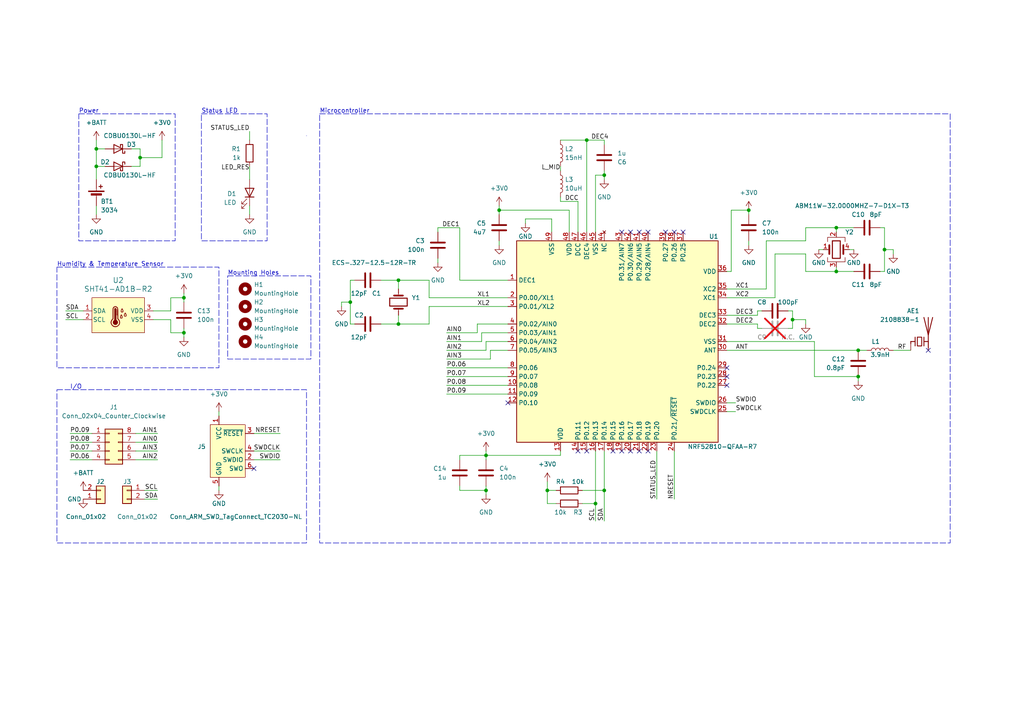
<source format=kicad_sch>
(kicad_sch (version 20230121) (generator eeschema)
  (paper "A4")
  (lib_symbols
    (symbol "Connector:Conn_ARM_SWD_TagConnect_TC2030-NL" (in_bom no)
      (property "Reference" "J" (at 2.54 11.43 0))
      (property "Value" "Conn_ARM_SWD_TagConnect_TC2030-NL" (at 2.54 8.89 0))
      (symbol "Conn_ARM_SWD_TagConnect_TC2030-NL_0_0"
        (pin power_in line (at -2.54 10.16 270) (length 2.54) (name "VCC") (number "1"))
        (pin bidirectional line (at 7.62 -2.54 180) (length 2.54) (name "SWDIO") (number "2"))
        (pin open_collector line (at 7.62 5.08 180) (length 2.54) (name "~{RESET}") (number "3"))
        (pin output line (at 7.62 0 180) (length 2.54) (name "SWCLK") (number "4"))
        (pin power_in line (at -2.54 -10.16 90) (length 2.54) (name "GND") (number "5"))
        (pin input line (at 7.62 -5.08 180) (length 2.54) (name "SWO") (number "6"))
      )
      (symbol "Conn_ARM_SWD_TagConnect_TC2030-NL_0_1"
        (rectangle (start -5.08 7.62) (end 5.08 -7.62) (fill (type background)))
      )
    )
    (symbol "Connector_Generic:Conn_01x02" (pin_names (offset 1.016) hide)
      (property "Reference" "J" (at 0 2.54 0))
      (property "Value" "Conn_01x02" (at 0 -5.08 0))
      (symbol "Conn_01x02_1_1"
        (rectangle (start -1.27 -2.413) (end 0 -2.667) (stroke (width 0.1524)))
        (rectangle (start -1.27 0.127) (end 0 -0.127) (stroke (width 0.1524)))
        (rectangle (start -1.27 1.27) (end 1.27 -3.81) (stroke (width 0.254)) (fill (type background)))
        (pin passive line (at -5.08 0 0) (length 3.81) (name "Pin_1") (number "1"))
        (pin passive line (at -5.08 -2.54 0) (length 3.81) (name "Pin_2") (number "2"))
      )
    )
    (symbol "Connector_Generic:Conn_02x04_Counter_Clockwise" (pin_names (offset 1.016) hide)
      (property "Reference" "J" (at 1.27 5.08 0))
      (property "Value" "Conn_02x04_Counter_Clockwise" (at 1.27 -7.62 0))
      (symbol "Conn_02x04_Counter_Clockwise_1_1"
        (rectangle (start -1.27 -4.953) (end 0 -5.207) (stroke (width 0.1524)))
        (rectangle (start -1.27 -2.413) (end 0 -2.667) (stroke (width 0.1524)))
        (rectangle (start -1.27 0.127) (end 0 -0.127) (stroke (width 0.1524)))
        (rectangle (start -1.27 2.667) (end 0 2.413) (stroke (width 0.1524)))
        (rectangle (start -1.27 3.81) (end 3.81 -6.35) (stroke (width 0.254)) (fill (type background)))
        (rectangle (start 3.81 -4.953) (end 2.54 -5.207) (stroke (width 0.1524)))
        (rectangle (start 3.81 -2.413) (end 2.54 -2.667) (stroke (width 0.1524)))
        (rectangle (start 3.81 0.127) (end 2.54 -0.127) (stroke (width 0.1524)))
        (rectangle (start 3.81 2.667) (end 2.54 2.413) (stroke (width 0.1524)))
        (pin passive line (at -5.08 2.54 0) (length 3.81) (name "Pin_1") (number "1"))
        (pin passive line (at -5.08 0 0) (length 3.81) (name "Pin_2") (number "2"))
        (pin passive line (at -5.08 -2.54 0) (length 3.81) (name "Pin_3") (number "3"))
        (pin passive line (at -5.08 -5.08 0) (length 3.81) (name "Pin_4") (number "4"))
        (pin passive line (at 7.62 -5.08 180) (length 3.81) (name "Pin_5") (number "5"))
        (pin passive line (at 7.62 -2.54 180) (length 3.81) (name "Pin_6") (number "6"))
        (pin passive line (at 7.62 0 180) (length 3.81) (name "Pin_7") (number "7"))
        (pin passive line (at 7.62 2.54 180) (length 3.81) (name "Pin_8") (number "8"))
      )
    )
    (symbol "Device:Antenna_Chip" (pin_numbers hide) (pin_names (offset 1.016) hide)
      (property "Reference" "AE" (at 0 5.08 0))
      (property "Value" "Antenna_Chip" (at 0 3.175 0))
      (symbol "Antenna_Chip_0_1"
        (polyline (pts (xy -2.54 0) (xy -2.54 -0.635)) (stroke (width 0.254)))
        (polyline (pts (xy -2.54 0) (xy -1.27 0)) (stroke (width 0.254)))
        (polyline (pts (xy 1.27 0) (xy 2.54 0)) (stroke (width 0.254)))
        (polyline (pts (xy 1.27 1.27) (xy 1.27 -1.27)) (stroke (width 0.254)))
        (polyline (pts (xy 2.54 -0.635) (xy 2.54 0)))
        (polyline (pts (xy 2.54 6.985) (xy 2.54 -1.905)) (stroke (width 0.254)))
        (polyline (pts (xy -1.27 1.27) (xy -1.27 -1.27) (xy -1.27 0)) (stroke (width 0.254)))
        (polyline (pts (xy 3.81 6.985) (xy 2.54 1.905) (xy 1.27 6.985)) (stroke (width 0.254)))
        (polyline (pts (xy -0.635 1.27) (xy 0.635 1.27) (xy 0.635 -1.27) (xy -0.635 -1.27) (xy -0.635 1.27)) (stroke (width 0.254)))
      )
      (symbol "Antenna_Chip_1_1"
        (pin input line (at -2.54 -2.54 90) (length 2.54) (name "FEED") (number "1"))
        (pin passive line (at 2.54 -2.54 90) (length 2.54) (name "PCB_Trace") (number "2"))
      )
    )
    (symbol "Device:Battery_Cell" (pin_numbers hide) (pin_names (offset 0) hide)
      (property "Reference" "BT" (at 2.54 2.54 0))
      (property "Value" "Battery_Cell" (at 2.54 0 0))
      (symbol "Battery_Cell_0_1"
        (rectangle (start -2.286 1.778) (end 2.286 1.524) (fill (type outline)))
        (rectangle (start -1.524 1.016) (end 1.524 0.508) (fill (type outline)))
        (polyline (pts (xy 0 0.762) (xy 0 0)))
        (polyline (pts (xy 0 1.778) (xy 0 2.54)))
        (polyline (pts (xy 0.762 3.048) (xy 1.778 3.048)) (stroke (width 0.254)))
        (polyline (pts (xy 1.27 3.556) (xy 1.27 2.54)) (stroke (width 0.254)))
      )
      (symbol "Battery_Cell_1_1"
        (pin passive line (at 0 5.08 270) (length 2.54) (name "+") (number "1"))
        (pin passive line (at 0 -2.54 90) (length 2.54) (name "-") (number "2"))
      )
    )
    (symbol "Device:C" (pin_numbers hide) (pin_names (offset 0.254))
      (property "Reference" "C" (at 0.635 2.54 0))
      (property "Value" "C" (at 0.635 -2.54 0))
      (symbol "C_0_1"
        (polyline (pts (xy -2.032 -0.762) (xy 2.032 -0.762)) (stroke (width 0.508)))
        (polyline (pts (xy -2.032 0.762) (xy 2.032 0.762)) (stroke (width 0.508)))
      )
      (symbol "C_1_1"
        (pin passive line (at 0 3.81 270) (length 2.794) (name "~") (number "1"))
        (pin passive line (at 0 -3.81 90) (length 2.794) (name "~") (number "2"))
      )
    )
    (symbol "Device:Crystal" (pin_numbers hide) (pin_names (offset 1.016) hide)
      (property "Reference" "Y" (at 0 3.81 0))
      (property "Value" "Crystal" (at 0 -3.81 0))
      (symbol "Crystal_0_1"
        (rectangle (start -1.143 2.54) (end 1.143 -2.54) (stroke (width 0.3048)))
        (polyline (pts (xy -2.54 0) (xy -1.905 0)))
        (polyline (pts (xy -1.905 -1.27) (xy -1.905 1.27)) (stroke (width 0.508)))
        (polyline (pts (xy 1.905 -1.27) (xy 1.905 1.27)) (stroke (width 0.508)))
        (polyline (pts (xy 2.54 0) (xy 1.905 0)))
      )
      (symbol "Crystal_1_1"
        (pin passive line (at -3.81 0 0) (length 1.27) (name "1") (number "1"))
        (pin passive line (at 3.81 0 180) (length 1.27) (name "2") (number "2"))
      )
    )
    (symbol "Device:Crystal_GND23" (pin_names (offset 1.016) hide)
      (property "Reference" "Y" (at 3.175 5.08 0))
      (property "Value" "Crystal_GND23" (at 3.175 3.175 0))
      (symbol "Crystal_GND23_0_1"
        (rectangle (start -1.143 2.54) (end 1.143 -2.54) (stroke (width 0.3048)))
        (polyline (pts (xy -2.54 0) (xy -2.032 0)))
        (polyline (pts (xy -2.032 -1.27) (xy -2.032 1.27)) (stroke (width 0.508)))
        (polyline (pts (xy 0 -3.81) (xy 0 -3.556)))
        (polyline (pts (xy 0 3.556) (xy 0 3.81)))
        (polyline (pts (xy 2.032 -1.27) (xy 2.032 1.27)) (stroke (width 0.508)))
        (polyline (pts (xy 2.032 0) (xy 2.54 0)))
        (polyline (pts (xy -2.54 -2.286) (xy -2.54 -3.556) (xy 2.54 -3.556) (xy 2.54 -2.286)))
        (polyline (pts (xy -2.54 2.286) (xy -2.54 3.556) (xy 2.54 3.556) (xy 2.54 2.286)))
      )
      (symbol "Crystal_GND23_1_1"
        (pin passive line (at -3.81 0 0) (length 1.27) (name "1") (number "1"))
        (pin passive line (at 0 5.08 270) (length 1.27) (name "2") (number "2"))
        (pin passive line (at 0 -5.08 90) (length 1.27) (name "3") (number "3"))
        (pin passive line (at 3.81 0 180) (length 1.27) (name "4") (number "4"))
      )
    )
    (symbol "Device:D_Schottky" (pin_numbers hide) (pin_names (offset 1.016) hide)
      (property "Reference" "D" (at 0 2.54 0))
      (property "Value" "D_Schottky" (at 0 -2.54 0))
      (symbol "D_Schottky_0_1"
        (polyline (pts (xy 1.27 0) (xy -1.27 0)))
        (polyline (pts (xy 1.27 1.27) (xy 1.27 -1.27) (xy -1.27 0) (xy 1.27 1.27)) (stroke (width 0.254)))
        (polyline (pts (xy -1.905 0.635) (xy -1.905 1.27) (xy -1.27 1.27) (xy -1.27 -1.27) (xy -0.635 -1.27) (xy -0.635 -0.635)) (stroke (width 0.254)))
      )
      (symbol "D_Schottky_1_1"
        (pin passive line (at -3.81 0 0) (length 2.54) (name "K") (number "1"))
        (pin passive line (at 3.81 0 180) (length 2.54) (name "A") (number "2"))
      )
    )
    (symbol "Device:L" (pin_numbers hide) (pin_names (offset 1.016) hide)
      (property "Reference" "L" (at -1.27 0 90))
      (property "Value" "L" (at 1.905 0 90))
      (symbol "L_0_1"
        (arc (start 0 -2.54) (mid 0.6323 -1.905) (end 0 -1.27))
        (arc (start 0 -1.27) (mid 0.6323 -0.635) (end 0 0))
        (arc (start 0 0) (mid 0.6323 0.635) (end 0 1.27))
        (arc (start 0 1.27) (mid 0.6323 1.905) (end 0 2.54))
      )
      (symbol "L_1_1"
        (pin passive line (at 0 3.81 270) (length 1.27) (name "1") (number "1"))
        (pin passive line (at 0 -3.81 90) (length 1.27) (name "2") (number "2"))
      )
    )
    (symbol "Device:LED" (pin_numbers hide) (pin_names (offset 1.016) hide)
      (property "Reference" "D" (at 0 2.54 0))
      (property "Value" "LED" (at 0 -2.54 0))
      (symbol "LED_0_1"
        (polyline (pts (xy -1.27 -1.27) (xy -1.27 1.27)) (stroke (width 0.254)))
        (polyline (pts (xy -1.27 0) (xy 1.27 0)))
        (polyline (pts (xy 1.27 -1.27) (xy 1.27 1.27) (xy -1.27 0) (xy 1.27 -1.27)) (stroke (width 0.254)))
        (polyline (pts (xy -3.048 -0.762) (xy -4.572 -2.286) (xy -3.81 -2.286) (xy -4.572 -2.286) (xy -4.572 -1.524)))
        (polyline (pts (xy -1.778 -0.762) (xy -3.302 -2.286) (xy -2.54 -2.286) (xy -3.302 -2.286) (xy -3.302 -1.524)))
      )
      (symbol "LED_1_1"
        (pin passive line (at -3.81 0 0) (length 2.54) (name "K") (number "1"))
        (pin passive line (at 3.81 0 180) (length 2.54) (name "A") (number "2"))
      )
    )
    (symbol "Device:R" (pin_numbers hide) (pin_names (offset 0))
      (property "Reference" "R" (at 2.032 0 90))
      (property "Value" "R" (at 0 0 90))
      (symbol "R_0_1"
        (rectangle (start -1.016 -2.54) (end 1.016 2.54) (stroke (width 0.254)))
      )
      (symbol "R_1_1"
        (pin passive line (at 0 3.81 270) (length 1.27) (name "~") (number "1"))
        (pin passive line (at 0 -3.81 90) (length 1.27) (name "~") (number "2"))
      )
    )
    (symbol "Mechanical:MountingHole" (pin_names (offset 1.016))
      (property "Reference" "H" (at 0 5.08 0))
      (property "Value" "MountingHole" (at 0 3.175 0))
      (symbol "MountingHole_0_1"
        (circle (center 0 0) (radius 1.27) (stroke (width 1.27)))
      )
    )
    (symbol "encyclopedia_galactica:NRF52810-QFAA-R7"
      (property "Reference" "U" (at 0 54.61 0))
      (property "Value" "NRF52810-QFAA-R7" (at 0 52.07 0))
      (symbol "NRF52810-QFAA-R7_0_1"
        (rectangle (start -29.21 29.21) (end 29.21 -29.21) (stroke (width 0.254)) (fill (type background)))
      )
      (symbol "NRF52810-QFAA-R7_1_1"
        (pin passive line (at -31.75 17.78 0) (length 2.54) (name "DEC1") (number "1"))
        (pin bidirectional line (at -31.75 -12.7 0) (length 2.54) (name "P0.08") (number "10"))
        (pin bidirectional line (at -31.75 -15.24 0) (length 2.54) (name "P0.09") (number "11"))
        (pin bidirectional line (at -31.75 -17.78 0) (length 2.54) (name "P0.10") (number "12"))
        (pin power_in line (at -16.51 -31.75 90) (length 2.54) (name "VDD") (number "13"))
        (pin bidirectional line (at -11.43 -31.75 90) (length 2.54) (name "P0.11") (number "14"))
        (pin bidirectional line (at -8.89 -31.75 90) (length 2.54) (name "P0.12") (number "15"))
        (pin bidirectional line (at -6.35 -31.75 90) (length 2.54) (name "P0.13") (number "16"))
        (pin bidirectional line (at -3.81 -31.75 90) (length 2.54) (name "P0.14") (number "17"))
        (pin bidirectional line (at -1.27 -31.75 90) (length 2.54) (name "P0.15") (number "18"))
        (pin bidirectional line (at 1.27 -31.75 90) (length 2.54) (name "P0.16") (number "19"))
        (pin bidirectional line (at -31.75 12.7 0) (length 2.54) (name "P0.00/XL1") (number "2"))
        (pin bidirectional line (at 3.81 -31.75 90) (length 2.54) (name "P0.17") (number "20"))
        (pin bidirectional line (at 6.35 -31.75 90) (length 2.54) (name "P0.18") (number "21"))
        (pin bidirectional line (at 8.89 -31.75 90) (length 2.54) (name "P0.19") (number "22"))
        (pin bidirectional line (at 11.43 -31.75 90) (length 2.54) (name "P0.20") (number "23"))
        (pin bidirectional line (at 16.51 -31.75 90) (length 2.54) (name "P0.21/~{RESET}") (number "24"))
        (pin input line (at 31.75 -20.32 180) (length 2.54) (name "SWDCLK") (number "25"))
        (pin bidirectional line (at 31.75 -17.78 180) (length 2.54) (name "SWDIO") (number "26"))
        (pin bidirectional line (at 31.75 -12.7 180) (length 2.54) (name "P0.22") (number "27"))
        (pin bidirectional line (at 31.75 -10.16 180) (length 2.54) (name "P0.23") (number "28"))
        (pin bidirectional line (at 31.75 -7.62 180) (length 2.54) (name "P0.24") (number "29"))
        (pin bidirectional line (at -31.75 10.16 0) (length 2.54) (name "P0.01/XL2") (number "3"))
        (pin passive line (at 31.75 -2.54 180) (length 2.54) (name "ANT") (number "30"))
        (pin power_in line (at 31.75 0 180) (length 2.54) (name "VSS") (number "31"))
        (pin passive line (at 31.75 5.08 180) (length 2.54) (name "DEC2") (number "32"))
        (pin passive line (at 31.75 7.62 180) (length 2.54) (name "DEC3") (number "33"))
        (pin input line (at 31.75 12.7 180) (length 2.54) (name "XC1") (number "34"))
        (pin input line (at 31.75 15.24 180) (length 2.54) (name "XC2") (number "35"))
        (pin passive line (at 31.75 20.32 180) (length 2.54) (name "VDD") (number "36"))
        (pin bidirectional line (at 19.05 31.75 270) (length 2.54) (name "P0.25") (number "37"))
        (pin bidirectional line (at 16.51 31.75 270) (length 2.54) (name "P0.26") (number "38"))
        (pin bidirectional line (at 13.97 31.75 270) (length 2.54) (name "P0.27") (number "39"))
        (pin bidirectional line (at -31.75 5.08 0) (length 2.54) (name "P0.02/AIN0") (number "4"))
        (pin bidirectional line (at 8.89 31.75 270) (length 2.54) (name "P0.28/AIN4") (number "40"))
        (pin bidirectional line (at 6.35 31.75 270) (length 2.54) (name "P0.29/AIN5") (number "41"))
        (pin bidirectional line (at 3.81 31.75 270) (length 2.54) (name "P0.30/AIN6") (number "42"))
        (pin bidirectional line (at 1.27 31.75 270) (length 2.54) (name "P0.31/AIN7") (number "43"))
        (pin no_connect line (at -3.81 31.75 270) (length 2.54) (name "NC") (number "44"))
        (pin passive line (at -6.35 31.75 270) (length 2.54) (name "VSS") (number "45"))
        (pin passive line (at -8.89 31.75 270) (length 2.54) (name "DEC4") (number "46"))
        (pin power_out line (at -11.43 31.75 270) (length 2.54) (name "DCC") (number "47"))
        (pin passive line (at -13.97 31.75 270) (length 2.54) (name "VDD") (number "48"))
        (pin passive line (at -19.05 31.75 270) (length 2.54) (name "VSS") (number "49"))
        (pin bidirectional line (at -31.75 2.54 0) (length 2.54) (name "P0.03/AIN1") (number "5"))
        (pin bidirectional line (at -31.75 0 0) (length 2.54) (name "P0.04/AIN2") (number "6"))
        (pin bidirectional line (at -31.75 -2.54 0) (length 2.54) (name "P0.05/AIN3") (number "7"))
        (pin bidirectional line (at -31.75 -7.62 0) (length 2.54) (name "P0.06") (number "8"))
        (pin bidirectional line (at -31.75 -10.16 0) (length 2.54) (name "P0.07") (number "9"))
      )
    )
    (symbol "encyclopedia_galactica:SHT41-AD1B-R2" (pin_names (offset 0.254))
      (property "Reference" "U" (at 0 13.97 0))
      (property "Value" "SHT41-AD1B-R2" (at 0 11.43 0))
      (symbol "SHT41-AD1B-R2_0_0"
        (polyline (pts (xy -0.7782 -2.7679) (xy -0.7538 -2.7614) (xy -0.6273 -2.7452) (xy -0.5713 -2.733) (xy -0.4386 -2.65) (xy -0.3005 -2.5149) (xy -0.1862 -2.3589) (xy -0.1253 -2.2133) (xy -0.1122 -1.9777) (xy -0.1841 -1.7536) (xy -0.3553 -1.5359) (xy -0.5465 -1.3446) (xy -0.5465 0.2882) (xy -0.5465 1.9209) (xy -0.6855 2.012) (xy -0.7691 2.0613) (xy -0.8546 2.0708) (xy -0.9634 2.012) (xy -1.1023 1.9209) (xy -1.1023 0.2767) (xy -1.1023 -1.3675) (xy -1.2424 -1.4777) (xy -1.2888 -1.5171) (xy -1.4497 -1.7284) (xy -1.5229 -1.9679) (xy -1.5126 -2.2124) (xy -1.4228 -2.4384) (xy -1.2576 -2.6226) (xy -1.0211 -2.7416) (xy -0.8813 -2.7694) (xy -0.7782 -2.7679)) (stroke (width 0.01)) (fill (type outline)))
        (polyline (pts (xy 2.1727 -0.3391) (xy 2.3119 -0.2679) (xy 2.3683 -0.175) (xy 2.3992 -0.0278) (xy 2.3871 0.0546) (xy 2.337 0.2108) (xy 2.2619 0.3868) (xy 2.177 0.5511) (xy 2.0973 0.6727) (xy 2.0379 0.7202) (xy 1.9994 0.6955) (xy 1.9245 0.5928) (xy 1.8393 0.4391) (xy 1.7593 0.2658) (xy 1.6999 0.1045) (xy 1.6767 -0.0135) (xy 1.6805 -0.0349) (xy 1.7878 -0.0349) (xy 1.7977 0.0177) (xy 1.8421 0.1542) (xy 1.9103 0.3256) (xy 2.0328 0.6103) (xy 2.1597 0.3359) (xy 2.2226 0.1922) (xy 2.2764 0.0231) (xy 2.275 -0.0919) (xy 2.2213 -0.1774) (xy 2.1655 -0.214) (xy 2.0379 -0.2441) (xy 1.9584 -0.2324) (xy 1.8367 -0.1559) (xy 1.7878 -0.0349) (xy 1.6805 -0.0349) (xy 1.6952 -0.1171) (xy 1.7686 -0.2536) (xy 1.8305 -0.3015) (xy 1.9945 -0.3498) (xy 2.1727 -0.3391)) (stroke (width 0.01)) (fill (type outline)))
        (polyline (pts (xy 1.2779 0.8852) (xy 1.3876 0.9342) (xy 1.439 1.0346) (xy 1.4494 1.2197) (xy 1.4056 1.4476) (xy 1.3104 1.6903) (xy 1.2438 1.815) (xy 1.1682 1.9333) (xy 1.1209 1.9791) (xy 1.087 1.9506) (xy 1.016 1.8457) (xy 0.9313 1.6903) (xy 0.8493 1.4902) (xy 0.7962 1.2577) (xy 0.7964 1.2083) (xy 0.8985 1.2083) (xy 0.907 1.2863) (xy 0.947 1.4367) (xy 1.0063 1.5899) (xy 1.0699 1.7089) (xy 1.1227 1.7568) (xy 1.1687 1.7194) (xy 1.2295 1.6057) (xy 1.286 1.4514) (xy 1.3252 1.2933) (xy 1.3338 1.1679) (xy 1.3235 1.1054) (xy 1.2709 1.0212) (xy 1.1467 0.9899) (xy 1.1356 0.9889) (xy 0.987 0.994) (xy 0.9164 1.0597) (xy 0.8985 1.2083) (xy 0.7964 1.2083) (xy 0.7968 1.063) (xy 0.8541 0.9342) (xy 0.9555 0.8871) (xy 1.116 0.8695) (xy 1.2779 0.8852)) (stroke (width 0.01)) (fill (type outline)))
        (polyline (pts (xy 1.1245 -0.8535) (xy 1.1312 -0.8498) (xy 1.2085 -0.7577) (xy 1.2315 -0.5895) (xy 1.2238 -0.507) (xy 1.1823 -0.3342) (xy 1.116 -0.1464) (xy 1.038 0.0259) (xy 0.9612 0.1517) (xy 0.8985 0.2005) (xy 0.864 0.1827) (xy 0.7914 0.0847) (xy 0.7123 -0.0722) (xy 0.6397 -0.2572) (xy 0.5864 -0.4397) (xy 0.5682 -0.5702) (xy 0.6762 -0.5702) (xy 0.6847 -0.4923) (xy 0.7246 -0.3419) (xy 0.784 -0.1887) (xy 0.8476 -0.0697) (xy 0.9004 -0.0218) (xy 0.9464 -0.0591) (xy 1.0072 -0.1728) (xy 1.0637 -0.3271) (xy 1.1029 -0.4853) (xy 1.1115 -0.6106) (xy 1.1012 -0.6731) (xy 1.0485 -0.7574) (xy 0.9243 -0.7887) (xy 0.9133 -0.7897) (xy 0.7647 -0.7846) (xy 0.6941 -0.7188) (xy 0.6762 -0.5702) (xy 0.5682 -0.5702) (xy 0.5656 -0.5887) (xy 0.5845 -0.7427) (xy 0.6623 -0.851) (xy 0.7257 -0.88) (xy 0.9286 -0.906) (xy 1.1245 -0.8535)) (stroke (width 0.01)) (fill (type outline)))
        (polyline (pts (xy -0.5545 -3.3797) (xy -0.2175 -3.2426) (xy 0.0945 -2.9972) (xy 0.1243 -2.9669) (xy 0.3463 -2.6832) (xy 0.4707 -2.3844) (xy 0.5089 -2.044) (xy 0.476 -1.8294) (xy 0.3828 -1.5698) (xy 0.2505 -1.3237) (xy 0.1 -1.1376) (xy -0.0463 -1.0029) (xy -0.0464 0.4742) (xy -0.0467 0.7893) (xy -0.0488 1.1761) (xy -0.0534 1.4752) (xy -0.0614 1.7005) (xy -0.0736 1.8661) (xy -0.0909 1.986) (xy -0.1139 2.0742) (xy -0.1437 2.1447) (xy -0.2598 2.3183) (xy -0.4689 2.4887) (xy -0.7142 2.5745) (xy -0.9722 2.5687) (xy -1.2192 2.4643) (xy -1.2384 2.4513) (xy -1.3421 2.3751) (xy -1.424 2.294) (xy -1.4867 2.1948) (xy -1.5327 2.0641) (xy -1.5646 1.8887) (xy -1.585 1.6553) (xy -1.5964 1.3506) (xy -1.6014 0.9613) (xy -1.6025 0.4742) (xy -1.6026 -1.0029) (xy -1.7489 -1.1376) (xy -1.8907 -1.3105) (xy -2.0247 -1.5544) (xy -2.1208 -1.8145) (xy -2.1578 -2.044) (xy -2.1575 -2.0827) (xy -2.138 -2.2218) (xy -1.9808 -2.2218) (xy -1.9707 -1.897) (xy -1.8626 -1.5804) (xy -1.6554 -1.2905) (xy -1.4358 -1.0597) (xy -1.4358 0.4346) (xy -1.4358 0.4797) (xy -1.4346 0.9365) (xy -1.4309 1.2963) (xy -1.424 1.572) (xy -1.4133 1.7764) (xy -1.398 1.9226) (xy -1.3777 2.0235) (xy -1.3515 2.0921) (xy -1.3513 2.0925) (xy -1.216 2.2564) (xy -1.0244 2.3768) (xy -0.8244 2.4237) (xy -0.7891 2.4224) (xy -0.5709 2.3561) (xy -0.3871 2.2073) (xy -0.2603 2.0002) (xy -0.2131 1.7595) (xy -0.2144 1.7118) (xy -0.2434 1.6157) (xy -0.3242 1.59) (xy -0.389 1.5745) (xy -0.4354 1.5066) (xy -0.4147 1.458) (xy -0.3242 1.4233) (xy -0.2391 1.3933) (xy -0.2131 1.2843) (xy -0.237 1.1779) (xy -0.3242 1.1454) (xy -0.389 1.1299) (xy -0.4354 1.062) (xy -0.4147 1.0134) (xy -0.3242 0.9786) (xy -0.2391 0.9486) (xy -0.2131 0.8397) (xy -0.237 0.7333) (xy -0.3242 0.7007) (xy -0.389 0.6853) (xy -0.4354 0.6174) (xy -0.4147 0.5687) (xy -0.3242 0.534) (xy -0.2391 0.504) (xy -0.2131 0.395) (xy -0.237 0.2887) (xy -0.3242 0.2561) (xy -0.389 0.2406) (xy -0.4354 0.1727) (xy -0.4147 0.1241) (xy -0.3242 0.0894) (xy -0.3128 0.0892) (xy -0.2667 0.0778) (xy -0.2375 0.0345) (xy -0.2213 -0.0606) (xy -0.2145 -0.2272) (xy -0.2131 -0.4852) (xy -0.2131 -1.0597) (xy 0.0065 -1.2905) (xy 0.1132 -1.418) (xy 0.2758 -1.7239) (xy 0.3386 -2.0486) (xy 0.3025 -2.3736) (xy 0.168 -2.6806) (xy -0.0639 -2.9511) (xy -0.1168 -2.9941) (xy -0.3007 -3.1115) (xy -0.4755 -3.1865) (xy -0.586 -3.2131) (xy -0.9384 -3.2355) (xy -1.2628 -3.1514) (xy -1.568 -2.9592) (xy -1.7106 -2.8208) (xy -1.8938 -2.5359) (xy -1.9808 -2.2218) (xy -2.138 -2.2218) (xy -2.1106 -2.4174) (xy -1.9764 -2.7137) (xy -1.7434 -2.9978) (xy -1.5826 -3.142) (xy -1.4085 -3.2682) (xy -1.2691 -3.3395) (xy -0.9161 -3.4084) (xy -0.5545 -3.3797)) (stroke (width 0.01)) (fill (type outline)))
      )
      (symbol "SHT41-AD1B-R2_1_1"
        (rectangle (start -7.62 5.08) (end 7.62 -5.08) (fill (type background)))
        (pin bidirectional line (at -10.16 1.27 0) (length 2.54) (name "SDA") (number "1"))
        (pin input line (at -10.16 -1.27 0) (length 2.54) (name "SCL") (number "2"))
        (pin power_in line (at 10.16 1.27 180) (length 2.54) (name "VDD") (number "3"))
        (pin power_out line (at 10.16 -1.27 180) (length 2.54) (name "VSS") (number "4"))
      )
    )
    (symbol "power:+3V0" (power) (pin_names (offset 0))
      (property "Value" "+3V0" (at 0 3.556 0))
      (symbol "+3V0_0_1"
        (polyline (pts (xy -0.762 1.27) (xy 0 2.54)))
        (polyline (pts (xy 0 0) (xy 0 2.54)))
        (polyline (pts (xy 0 2.54) (xy 0.762 1.27)))
      )
      (symbol "+3V0_1_1"
        (pin power_in line (at 0 0 90) (length 0) hide (name "+3V0") (number "1"))
      )
    )
    (symbol "power:+BATT" (power) (pin_names (offset 0))
      (property "Value" "+BATT" (at 0 3.556 0))
      (symbol "+BATT_0_1"
        (polyline (pts (xy -0.762 1.27) (xy 0 2.54)))
        (polyline (pts (xy 0 0) (xy 0 2.54)))
        (polyline (pts (xy 0 2.54) (xy 0.762 1.27)))
      )
      (symbol "+BATT_1_1"
        (pin power_in line (at 0 0 90) (length 0) hide (name "+BATT") (number "1"))
      )
    )
    (symbol "power:GND" (power) (pin_names (offset 0))
      (property "Value" "GND" (at 0 -3.81 0))
      (symbol "GND_0_1"
        (polyline (pts (xy 0 0) (xy 0 -1.27) (xy 1.27 -1.27) (xy 0 -2.54) (xy -1.27 -1.27) (xy 0 -1.27)))
      )
      (symbol "GND_1_1"
        (pin power_in line (at 0 0 270) (length 0) hide (name "GND") (number "1"))
      )
    )
  )
  (junction (at 140.97 142.24))
  (junction (at 242.57 66.04))
  (junction (at 27.94 48.26))
  (junction (at 217.17 60.96))
  (junction (at 248.92 109.22))
  (junction (at 140.97 132.08))
  (junction (at 175.26 50.8))
  (junction (at 158.75 142.24))
  (junction (at 248.92 101.6))
  (junction (at 144.78 60.96))
  (junction (at 115.57 93.98))
  (junction (at 53.34 96.52))
  (junction (at 27.94 43.18))
  (junction (at 170.18 40.64))
  (junction (at 175.26 142.24))
  (junction (at 172.72 146.05))
  (junction (at 40.64 45.72))
  (junction (at 242.57 78.74))
  (junction (at 101.6 87.63))
  (junction (at 229.87 92.71))
  (junction (at 115.57 81.28))
  (junction (at 53.34 86.36))
  (junction (at 256.54 72.39))
  (no_connect (at 182.88 130.81))
  (no_connect (at 73.66 135.89))
  (no_connect (at 210.82 111.76))
  (no_connect (at 210.82 109.22))
  (no_connect (at 167.64 130.81))
  (no_connect (at 269.24 101.6))
  (no_connect (at 180.34 130.81))
  (no_connect (at 170.18 130.81))
  (no_connect (at 177.8 130.81))
  (no_connect (at 187.96 67.31))
  (no_connect (at 147.32 116.84))
  (no_connect (at 185.42 130.81))
  (no_connect (at 185.42 67.31))
  (no_connect (at 180.34 67.31))
  (no_connect (at 187.96 130.81))
  (no_connect (at 195.58 67.31))
  (no_connect (at 193.04 67.31))
  (no_connect (at 182.88 67.31))
  (no_connect (at 210.82 106.68))
  (no_connect (at 198.12 67.31))
  (wire (pts (xy 129.54 99.06) (xy 139.7 99.06)))
  (wire (pts (xy 127 74.93) (xy 127 76.2)))
  (wire (pts (xy 101.6 93.98) (xy 101.6 87.63)))
  (wire (pts (xy 175.26 49.53) (xy 175.26 50.8)))
  (wire (pts (xy 242.57 78.74) (xy 242.57 77.47)))
  (wire (pts (xy 212.09 78.74) (xy 210.82 78.74)))
  (wire (pts (xy 19.05 92.71) (xy 24.13 92.71)))
  (wire (pts (xy 147.32 96.52) (xy 139.7 96.52)))
  (wire (pts (xy 222.25 69.85) (xy 222.25 83.82)))
  (wire (pts (xy 129.54 114.3) (xy 147.32 114.3)))
  (wire (pts (xy 233.68 92.71) (xy 229.87 92.71)))
  (wire (pts (xy 161.29 142.24) (xy 158.75 142.24)))
  (wire (pts (xy 224.79 73.66) (xy 233.68 73.66)))
  (wire (pts (xy 38.1 43.18) (xy 40.64 43.18)))
  (wire (pts (xy 172.72 146.05) (xy 172.72 151.13)))
  (wire (pts (xy 160.02 63.5) (xy 152.4 63.5)))
  (wire (pts (xy 53.34 85.09) (xy 53.34 86.36)))
  (wire (pts (xy 115.57 81.28) (xy 115.57 83.82)))
  (wire (pts (xy 190.5 130.81) (xy 190.5 144.78)))
  (wire (pts (xy 124.46 81.28) (xy 124.46 86.36)))
  (wire (pts (xy 259.08 101.6) (xy 264.16 101.6)))
  (wire (pts (xy 27.94 48.26) (xy 30.48 48.26)))
  (wire (pts (xy 27.94 59.69) (xy 27.94 62.23)))
  (wire (pts (xy 144.78 71.12) (xy 144.78 69.85)))
  (wire (pts (xy 140.97 99.06) (xy 140.97 101.6)))
  (wire (pts (xy 39.37 130.81) (xy 45.72 130.81)))
  (wire (pts (xy 49.53 86.36) (xy 53.34 86.36)))
  (wire (pts (xy 256.54 78.74) (xy 256.54 72.39)))
  (wire (pts (xy 162.56 58.42) (xy 167.64 58.42)))
  (wire (pts (xy 220.98 95.25) (xy 219.71 95.25)))
  (wire (pts (xy 72.39 38.1) (xy 72.39 40.64)))
  (wire (pts (xy 102.87 93.98) (xy 101.6 93.98)))
  (wire (pts (xy 140.97 140.97) (xy 140.97 142.24)))
  (wire (pts (xy 129.54 101.6) (xy 140.97 101.6)))
  (wire (pts (xy 129.54 106.68) (xy 147.32 106.68)))
  (wire (pts (xy 140.97 132.08) (xy 140.97 133.35)))
  (wire (pts (xy 129.54 109.22) (xy 147.32 109.22)))
  (wire (pts (xy 127 67.31) (xy 127 66.04)))
  (wire (pts (xy 27.94 40.64) (xy 27.94 43.18)))
  (wire (pts (xy 133.35 81.28) (xy 133.35 66.04)))
  (wire (pts (xy 133.35 66.04) (xy 127 66.04)))
  (wire (pts (xy 147.32 93.98) (xy 138.43 93.98)))
  (wire (pts (xy 233.68 93.98) (xy 233.68 92.71)))
  (wire (pts (xy 248.92 101.6) (xy 251.46 101.6)))
  (wire (pts (xy 229.87 92.71) (xy 229.87 95.25)))
  (wire (pts (xy 49.53 90.17) (xy 49.53 86.36)))
  (wire (pts (xy 39.37 133.35) (xy 45.72 133.35)))
  (wire (pts (xy 40.64 43.18) (xy 40.64 45.72)))
  (wire (pts (xy 133.35 132.08) (xy 140.97 132.08)))
  (wire (pts (xy 53.34 86.36) (xy 53.34 87.63)))
  (wire (pts (xy 242.57 66.04) (xy 233.68 66.04)))
  (wire (pts (xy 238.76 72.39) (xy 237.49 72.39)))
  (wire (pts (xy 170.18 40.64) (xy 170.18 67.31)))
  (wire (pts (xy 129.54 111.76) (xy 147.32 111.76)))
  (wire (pts (xy 220.98 90.17) (xy 219.71 90.17)))
  (wire (pts (xy 172.72 130.81) (xy 172.72 146.05)))
  (wire (pts (xy 140.97 130.81) (xy 140.97 132.08)))
  (wire (pts (xy 165.1 60.96) (xy 144.78 60.96)))
  (wire (pts (xy 228.6 90.17) (xy 229.87 90.17)))
  (wire (pts (xy 20.32 128.27) (xy 26.67 128.27)))
  (wire (pts (xy 210.82 99.06) (xy 236.22 99.06)))
  (wire (pts (xy 99.06 88.9) (xy 99.06 87.63)))
  (wire (pts (xy 133.35 140.97) (xy 133.35 142.24)))
  (wire (pts (xy 210.82 101.6) (xy 248.92 101.6)))
  (wire (pts (xy 110.49 81.28) (xy 115.57 81.28)))
  (wire (pts (xy 142.24 101.6) (xy 142.24 104.14)))
  (wire (pts (xy 139.7 96.52) (xy 139.7 99.06)))
  (wire (pts (xy 20.32 130.81) (xy 26.67 130.81)))
  (wire (pts (xy 165.1 67.31) (xy 165.1 60.96)))
  (wire (pts (xy 224.79 73.66) (xy 224.79 86.36)))
  (wire (pts (xy 161.29 146.05) (xy 158.75 146.05)))
  (wire (pts (xy 158.75 142.24) (xy 158.75 139.7)))
  (wire (pts (xy 140.97 132.08) (xy 162.56 132.08)))
  (wire (pts (xy 242.57 66.04) (xy 242.57 67.31)))
  (wire (pts (xy 256.54 66.04) (xy 255.27 66.04)))
  (wire (pts (xy 233.68 78.74) (xy 242.57 78.74)))
  (wire (pts (xy 195.58 130.81) (xy 195.58 144.78)))
  (wire (pts (xy 236.22 99.06) (xy 236.22 109.22)))
  (wire (pts (xy 40.64 48.26) (xy 38.1 48.26)))
  (wire (pts (xy 247.65 72.39) (xy 246.38 72.39)))
  (wire (pts (xy 217.17 60.96) (xy 217.17 62.23)))
  (wire (pts (xy 45.72 142.24) (xy 41.91 142.24)))
  (wire (pts (xy 162.56 48.26) (xy 162.56 49.53)))
  (wire (pts (xy 138.43 93.98) (xy 138.43 96.52)))
  (wire (pts (xy 236.22 109.22) (xy 248.92 109.22)))
  (wire (pts (xy 46.99 40.64) (xy 46.99 45.72)))
  (wire (pts (xy 115.57 93.98) (xy 124.46 93.98)))
  (wire (pts (xy 63.5 140.97) (xy 63.5 142.24)))
  (wire (pts (xy 40.64 45.72) (xy 40.64 48.26)))
  (wire (pts (xy 20.32 125.73) (xy 26.67 125.73)))
  (wire (pts (xy 210.82 93.98) (xy 219.71 93.98)))
  (wire (pts (xy 45.72 144.78) (xy 41.91 144.78)))
  (wire (pts (xy 217.17 69.85) (xy 217.17 71.12)))
  (wire (pts (xy 20.32 133.35) (xy 26.67 133.35)))
  (wire (pts (xy 53.34 96.52) (xy 53.34 97.79)))
  (wire (pts (xy 259.08 73.66) (xy 259.08 72.39)))
  (wire (pts (xy 124.46 86.36) (xy 147.32 86.36)))
  (wire (pts (xy 124.46 88.9) (xy 147.32 88.9)))
  (wire (pts (xy 72.39 59.69) (xy 72.39 62.23)))
  (wire (pts (xy 175.26 142.24) (xy 175.26 151.13)))
  (wire (pts (xy 72.39 48.26) (xy 72.39 52.07)))
  (wire (pts (xy 160.02 67.31) (xy 160.02 63.5)))
  (wire (pts (xy 73.66 130.81) (xy 81.28 130.81)))
  (wire (pts (xy 39.37 125.73) (xy 45.72 125.73)))
  (wire (pts (xy 115.57 81.28) (xy 124.46 81.28)))
  (wire (pts (xy 210.82 91.44) (xy 219.71 91.44)))
  (wire (pts (xy 212.09 60.96) (xy 217.17 60.96)))
  (wire (pts (xy 46.99 45.72) (xy 40.64 45.72)))
  (wire (pts (xy 175.26 40.64) (xy 175.26 41.91)))
  (wire (pts (xy 144.78 59.69) (xy 144.78 60.96)))
  (wire (pts (xy 228.6 95.25) (xy 229.87 95.25)))
  (wire (pts (xy 255.27 78.74) (xy 256.54 78.74)))
  (wire (pts (xy 138.43 96.52) (xy 129.54 96.52)))
  (wire (pts (xy 133.35 133.35) (xy 133.35 132.08)))
  (wire (pts (xy 124.46 93.98) (xy 124.46 88.9)))
  (wire (pts (xy 175.26 50.8) (xy 175.26 52.07)))
  (wire (pts (xy 210.82 119.38) (xy 213.36 119.38)))
  (wire (pts (xy 101.6 87.63) (xy 101.6 81.28)))
  (wire (pts (xy 170.18 40.64) (xy 175.26 40.64)))
  (wire (pts (xy 147.32 101.6) (xy 142.24 101.6)))
  (wire (pts (xy 162.56 40.64) (xy 170.18 40.64)))
  (wire (pts (xy 63.5 119.38) (xy 63.5 120.65)))
  (wire (pts (xy 158.75 146.05) (xy 158.75 142.24)))
  (wire (pts (xy 53.34 95.25) (xy 53.34 96.52)))
  (wire (pts (xy 224.79 86.36) (xy 210.82 86.36)))
  (wire (pts (xy 219.71 93.98) (xy 219.71 95.25)))
  (wire (pts (xy 144.78 60.96) (xy 144.78 62.23)))
  (wire (pts (xy 233.68 66.04) (xy 233.68 69.85)))
  (wire (pts (xy 142.24 104.14) (xy 129.54 104.14)))
  (wire (pts (xy 175.26 130.81) (xy 175.26 142.24)))
  (wire (pts (xy 39.37 128.27) (xy 45.72 128.27)))
  (wire (pts (xy 248.92 109.22) (xy 248.92 110.49)))
  (wire (pts (xy 44.45 90.17) (xy 49.53 90.17)))
  (wire (pts (xy 256.54 72.39) (xy 256.54 66.04)))
  (wire (pts (xy 172.72 50.8) (xy 175.26 50.8)))
  (wire (pts (xy 73.66 133.35) (xy 81.28 133.35)))
  (wire (pts (xy 259.08 72.39) (xy 256.54 72.39)))
  (wire (pts (xy 49.53 92.71) (xy 49.53 96.52)))
  (wire (pts (xy 147.32 81.28) (xy 133.35 81.28)))
  (wire (pts (xy 233.68 78.74) (xy 233.68 73.66)))
  (wire (pts (xy 247.65 66.04) (xy 242.57 66.04)))
  (wire (pts (xy 44.45 92.71) (xy 49.53 92.71)))
  (wire (pts (xy 229.87 90.17) (xy 229.87 92.71)))
  (wire (pts (xy 140.97 142.24) (xy 140.97 143.51)))
  (wire (pts (xy 115.57 91.44) (xy 115.57 93.98)))
  (wire (pts (xy 19.05 90.17) (xy 24.13 90.17)))
  (wire (pts (xy 167.64 58.42) (xy 167.64 67.31)))
  (wire (pts (xy 110.49 93.98) (xy 115.57 93.98)))
  (wire (pts (xy 147.32 99.06) (xy 140.97 99.06)))
  (wire (pts (xy 49.53 96.52) (xy 53.34 96.52)))
  (wire (pts (xy 162.56 130.81) (xy 162.56 132.08)))
  (wire (pts (xy 212.09 60.96) (xy 212.09 78.74)))
  (wire (pts (xy 172.72 50.8) (xy 172.72 67.31)))
  (wire (pts (xy 210.82 116.84) (xy 213.36 116.84)))
  (wire (pts (xy 168.91 142.24) (xy 175.26 142.24)))
  (wire (pts (xy 152.4 63.5) (xy 152.4 64.77)))
  (wire (pts (xy 222.25 69.85) (xy 233.68 69.85)))
  (wire (pts (xy 27.94 48.26) (xy 27.94 52.07)))
  (wire (pts (xy 99.06 87.63) (xy 101.6 87.63)))
  (wire (pts (xy 133.35 142.24) (xy 140.97 142.24)))
  (wire (pts (xy 247.65 78.74) (xy 242.57 78.74)))
  (wire (pts (xy 73.66 125.73) (xy 81.28 125.73)))
  (wire (pts (xy 27.94 43.18) (xy 27.94 48.26)))
  (wire (pts (xy 210.82 83.82) (xy 222.25 83.82)))
  (wire (pts (xy 27.94 43.18) (xy 30.48 43.18)))
  (wire (pts (xy 168.91 146.05) (xy 172.72 146.05)))
  (wire (pts (xy 162.56 58.42) (xy 162.56 57.15)))
  (wire (pts (xy 101.6 81.28) (xy 102.87 81.28)))
  (wire (pts (xy 219.71 90.17) (xy 219.71 91.44)))
  (rectangle (start 58.42 33.02) (end 77.47 69.85) (stroke (width 0) (type dash)))
  (rectangle (start 16.51 113.03) (end 88.9 157.48) (stroke (width 0) (type dash)))
  (rectangle (start 22.86 33.02) (end 50.8 69.85) (stroke (width 0) (type dash)))
  (rectangle (start 92.71 33.02) (end 275.59 157.48) (stroke (width 0) (type dash)))
  (rectangle (start 16.51 77.47) (end 63.5 106.68) (stroke (width 0) (type dash)))
  (rectangle (start 66.04 80.01) (end 90.17 104.14) (stroke (width 0) (type dash)))
  (rectangle (start 88.9 39.37) (end 88.9 39.37))
  (text "Humidity & Temperature Sensor" (at 16.51 77.47 0) (effects (font (size 1.27 1.27)) (justify left bottom)))
  (text "Microcontroller" (at 92.71 33.02 0) (effects (font (size 1.27 1.27)) (justify left bottom)))
  (text "Mounting Holes" (at 66.04 80.01 0) (effects (font (size 1.27 1.27)) (justify left bottom)))
  (text "I/O" (at 20.32 113.03 0) (effects (font (size 1.27 1.27)) (justify left bottom)))
  (text "Status LED" (at 58.42 33.02 0) (effects (font (size 1.27 1.27)) (justify left bottom)))
  (text "Power" (at 22.86 33.02 0) (effects (font (size 1.27 1.27)) (justify left bottom)))
  (label "P0.06" (at 20.32 133.35 0))
  (label "ANT" (at 213.36 101.6 0))
  (label "AIN0" (at 129.54 96.52 0))
  (label "P0.06" (at 129.54 106.68 0))
  (label "SDA" (at 19.05 90.17 0))
  (label "AIN2" (at 45.72 133.35 180))
  (label "SCL" (at 45.72 142.24 180))
  (label "SWDIO" (at 81.28 133.35 180))
  (label "SWDIO" (at 213.36 116.84 0))
  (label "XC1" (at 213.36 83.82 0))
  (label "STATUS_LED" (at 72.39 38.1 180))
  (label "SCL" (at 172.72 151.13 90))
  (label "DEC3" (at 213.36 91.44 0))
  (label "P0.08" (at 129.54 111.76 0))
  (label "P0.09" (at 20.32 125.73 0))
  (label "RF" (at 260.35 101.6 0))
  (label "DCC" (at 163.83 58.42 0))
  (label "XL2" (at 138.43 88.9 0))
  (label "AIN3" (at 129.54 104.14 0))
  (label "DEC2" (at 213.36 93.98 0))
  (label "P0.08" (at 20.32 128.27 0))
  (label "NRESET" (at 81.28 125.73 180))
  (label "AIN3" (at 45.72 130.81 180))
  (label "LED_RES" (at 72.39 49.53 180))
  (label "DEC1" (at 133.35 66.04 180))
  (label "SDA" (at 175.26 151.13 90))
  (label "P0.07" (at 129.54 109.22 0))
  (label "SCL" (at 19.05 92.71 0))
  (label "P0.07" (at 20.32 130.81 0))
  (label "P0.09" (at 129.54 114.3 0))
  (label "AIN1" (at 45.72 125.73 180))
  (label "L_MID" (at 162.56 49.53 180))
  (label "SWDCLK" (at 213.36 119.38 0))
  (label "DEC4" (at 171.45 40.64 0))
  (label "XL1" (at 138.43 86.36 0))
  (label "AIN2" (at 129.54 101.6 0))
  (label "STATUS_LED" (at 190.5 144.78 90))
  (label "XC2" (at 213.36 86.36 0))
  (label "AIN1" (at 129.54 99.06 0))
  (label "NRESET" (at 195.58 144.78 90))
  (label "SWDCLK" (at 81.28 130.81 180))
  (label "AIN0" (at 45.72 128.27 180))
  (label "SDA" (at 45.72 144.78 180))
  (symbol (lib_id "power:GND") (at 237.49 72.39 0) (mirror y) (unit 1)
    (property "Reference" "#PWR016" (effects hide))
    (property "Value" "GND" (at 237.49 76.2 0))
  )
  (symbol (lib_id "Device:LED") (at 72.39 55.88 270) (mirror x) (unit 1)
    (property "Reference" "D1" (at 68.58 56.1975 90) (effects (justify right)))
    (property "Value" "LED" (at 68.58 58.7375 90) (effects (justify right)))
    (property "Footprint" "Resistor_SMD:R_0603_1608Metric" (effects hide))
  )
  (symbol (lib_id "Device:C") (at 106.68 93.98 270) (unit 1)
    (property "Reference" "C2" (at 104.14 91.44 90))
    (property "Value" "12pF" (at 104.14 97.79 90))
    (property "Footprint" "Capacitor_SMD:C_0603_1608Metric" (effects hide))
  )
  (symbol (lib_id "power:GND") (at 247.65 72.39 0) (mirror y) (unit 1)
    (property "Reference" "#PWR017" (effects hide))
    (property "Value" "GND" (at 247.65 76.2 0))
  )
  (symbol (lib_id "Device:C") (at 217.17 66.04 180) (unit 1)
    (property "Reference" "C7" (at 220.98 64.77 0) (effects (justify right)))
    (property "Value" "100n" (at 220.98 67.31 0) (effects (justify right)))
    (property "Footprint" "Capacitor_SMD:C_0603_1608Metric" (effects hide))
  )
  (symbol (lib_id "power:+3V0") (at 63.5 119.38 0) (unit 1)
    (property "Reference" "#PWR010" (effects hide))
    (property "Value" "+3V0" (at 63.5 114.3 0))
  )
  (symbol (lib_id "Device:C") (at 224.79 90.17 90) (unit 1)
    (property "Reference" "C8" (at 220.98 87.63 90))
    (property "Value" "100pF" (at 228.6 87.63 90))
    (property "Footprint" "Capacitor_SMD:C_0603_1608Metric" (effects hide))
  )
  (symbol (lib_id "Device:C") (at 133.35 137.16 0) (mirror x) (unit 1)
    (property "Reference" "C14" (at 129.54 135.89 0) (effects (justify right)))
    (property "Value" "1u" (at 129.54 138.43 0) (effects (justify right)))
    (property "Footprint" "Capacitor_SMD:C_0603_1608Metric" (effects hide))
  )
  (symbol (lib_id "power:GND") (at 248.92 110.49 0) (mirror y) (unit 1)
    (property "Reference" "#PWR018" (effects hide))
    (property "Value" "GND" (at 248.92 115.57 0))
  )
  (symbol (lib_id "Device:L") (at 162.56 44.45 0) (unit 1)
    (property "Reference" "L2" (at 163.83 43.18 0) (effects (justify left)))
    (property "Value" "15nH" (at 163.83 45.72 0) (effects (justify left)))
    (property "Footprint" "Inductor_SMD:L_0603_1608Metric" (effects hide))
  )
  (symbol (lib_id "power:GND") (at 53.34 97.79 0) (unit 1)
    (property "Reference" "#PWR021" (effects hide))
    (property "Value" "GND" (at 53.34 102.87 0))
  )
  (symbol (lib_id "power:GND") (at 127 76.2 0) (unit 1)
    (property "Reference" "#PWR06" (effects hide))
    (property "Value" "GND" (at 127 81.28 0))
  )
  (symbol (lib_id "Mechanical:MountingHole") (at 71.12 99.06 0) (unit 1)
    (property "Reference" "H4" (at 73.66 97.79 0) (effects (justify left)))
    (property "Value" "MountingHole" (at 73.66 100.33 0) (effects (justify left)))
    (property "Footprint" "MountingHole:MountingHole_2.2mm_M2" (effects hide))
  )
  (symbol (lib_id "power:GND") (at 144.78 71.12 0) (unit 1)
    (property "Reference" "#PWR011" (effects hide))
    (property "Value" "GND" (at 144.78 76.2 0))
  )
  (symbol (lib_id "power:+3V0") (at 144.78 59.69 0) (unit 1)
    (property "Reference" "#PWR013" (effects hide))
    (property "Value" "+3V0" (at 144.78 54.61 0))
  )
  (symbol (lib_id "Device:Crystal") (at 115.57 87.63 90) (unit 1)
    (property "Reference" "Y1" (at 119.38 86.36 90) (effects (justify right)))
    (property "Value" " ECS-.327-12.5-12R-TR " (at 95.25 76.2 90) (effects (justify right)))
    (property "Footprint" "encyclopedia_galactica:ECS-.327-12.5-12R-TR" (effects hide))
  )
  (symbol (lib_id "power:GND") (at 27.94 62.23 0) (unit 1)
    (property "Reference" "#PWR03" (effects hide))
    (property "Value" "GND" (at 27.94 67.31 0))
  )
  (symbol (lib_id "Device:D_Schottky") (at 34.29 48.26 0) (mirror y) (unit 1)
    (property "Reference" "D2" (at 30.48 46.99 0))
    (property "Value" "CDBU0130L-HF " (at 38.1 50.8 0))
    (property "Footprint" "Diode_SMD:D_0603_1608Metric" (effects hide))
  )
  (symbol (lib_id "Device:Antenna_Chip") (at 266.7 99.06 0) (unit 1)
    (property "Reference" "AE1" (at 266.7 90.17 0) (effects (justify right)))
    (property "Value" "2108838-1" (at 266.7 92.71 0) (effects (justify right)))
    (property "Footprint" "encyclopedia_galactica:2108838-1" (effects hide))
    (property "Datasheet" "https://www.te.com/commerce/DocumentDelivery/DDEController?Action=showdoc&DocId=Data+Sheet%7F2108838%7FA2%7Fpdf%7FEnglish%7FENG_DS_2108838_A2.pdf%7F2108838-1" (effects hide))
  )
  (symbol (lib_id "Device:C") (at 144.78 66.04 0) (mirror x) (unit 1)
    (property "Reference" "C5" (at 140.97 64.77 0) (effects (justify right)))
    (property "Value" "4u7" (at 140.97 67.31 0) (effects (justify right)))
    (property "Footprint" "Capacitor_SMD:C_0603_1608Metric" (effects hide))
  )
  (symbol (lib_id "Device:C") (at 106.68 81.28 270) (mirror x) (unit 1)
    (property "Reference" "C1" (at 109.22 85.09 90))
    (property "Value" "12pF" (at 104.14 85.09 90))
    (property "Footprint" "Capacitor_SMD:C_0603_1608Metric" (effects hide))
  )
  (symbol (lib_id "Device:C") (at 251.46 66.04 90) (unit 1)
    (property "Reference" "C10" (at 248.92 62.23 90))
    (property "Value" "8pF" (at 254 62.23 90))
    (property "Footprint" "Capacitor_SMD:C_0603_1608Metric" (effects hide))
  )
  (symbol (lib_id "encyclopedia_galactica:NRF52810-QFAA-R7") (at 179.07 99.06 0) (unit 1)
    (property "Reference" "U1" (at 207.01 68.58 0))
    (property "Value" "NRF52810-QFAA-R7" (at 209.55 129.54 0))
    (property "Footprint" "Package_DFN_QFN:QFN-48-1EP_6x6mm_P0.4mm_EP4.6x4.6mm" (effects hide))
    (property "Datasheet" "https://infocenter.nordicsemi.com/pdf/nRF52810_PS_v1.4.pdf" (effects hide))
  )
  (symbol (lib_id "power:GND") (at 140.97 143.51 0) (unit 1)
    (property "Reference" "#PWR09" (effects hide))
    (property "Value" "GND" (at 140.97 148.59 0))
  )
  (symbol (lib_id "Device:D_Schottky") (at 34.29 43.18 180) (unit 1)
    (property "Reference" "D3" (at 38.1 41.91 0))
    (property "Value" "CDBU0130L-HF " (at 38.1 39.37 0))
    (property "Footprint" "Diode_SMD:D_0603_1608Metric" (effects hide))
  )
  (symbol (lib_id "power:GND") (at 175.26 52.07 0) (unit 1)
    (property "Reference" "#PWR012" (effects hide))
    (property "Value" "GND" (at 175.26 57.15 0))
  )
  (symbol (lib_id "Device:C") (at 53.34 91.44 0) (unit 1)
    (property "Reference" "C13" (at 57.15 90.17 0) (effects (justify left)))
    (property "Value" "100n" (at 57.15 92.71 0) (effects (justify left)))
    (property "Footprint" "Capacitor_SMD:C_0603_1608Metric" (effects hide))
  )
  (symbol (lib_id "Mechanical:MountingHole") (at 71.12 93.98 0) (unit 1)
    (property "Reference" "H3" (at 73.66 92.71 0) (effects (justify left)))
    (property "Value" "MountingHole" (at 73.66 95.25 0) (effects (justify left)))
    (property "Footprint" "MountingHole:MountingHole_2.2mm_M2" (effects hide))
  )
  (symbol (lib_id "Device:C") (at 127 71.12 0) (mirror x) (unit 1)
    (property "Reference" "C3" (at 123.19 69.85 0) (effects (justify right)))
    (property "Value" "100n" (at 123.19 72.39 0) (effects (justify right)))
    (property "Footprint" "Capacitor_SMD:C_0603_1608Metric" (effects hide))
  )
  (symbol (lib_id "Mechanical:MountingHole") (at 71.12 83.82 0) (unit 1)
    (property "Reference" "H1" (at 73.66 82.55 0) (effects (justify left)))
    (property "Value" "MountingHole" (at 73.66 85.09 0) (effects (justify left)))
    (property "Footprint" "MountingHole:MountingHole_2.2mm_M2" (effects hide))
  )
  (symbol (lib_id "power:GND") (at 24.13 144.78 0) (mirror y) (unit 1)
    (property "Reference" "#PWR022" (effects hide))
    (property "Value" "GND" (at 21.59 144.78 0))
  )
  (symbol (lib_id "power:+3V0") (at 158.75 139.7 0) (unit 1)
    (property "Reference" "#PWR023" (effects hide))
    (property "Value" "+3V0" (at 158.75 134.62 0))
  )
  (symbol (lib_id "Device:R") (at 165.1 146.05 270) (unit 1)
    (property "Reference" "R3" (at 167.64 148.59 90))
    (property "Value" "10k" (at 162.56 148.59 90))
    (property "Footprint" "Resistor_SMD:R_0603_1608Metric" (effects hide))
  )
  (symbol (lib_id "Device:C") (at 248.92 105.41 0) (mirror x) (unit 1)
    (property "Reference" "C12" (at 245.11 104.14 0) (effects (justify right)))
    (property "Value" "0.8pF" (at 245.11 106.68 0) (effects (justify right)))
    (property "Footprint" "Capacitor_SMD:C_0603_1608Metric" (effects hide))
  )
  (symbol (lib_id "Device:R") (at 72.39 44.45 0) (unit 1)
    (property "Reference" "R1" (at 69.85 43.18 0) (effects (justify right)))
    (property "Value" "1k" (at 69.85 45.72 0) (effects (justify right)))
    (property "Footprint" "Resistor_SMD:R_0603_1608Metric" (effects hide))
  )
  (symbol (lib_id "Mechanical:MountingHole") (at 71.12 88.9 0) (unit 1)
    (property "Reference" "H2" (at 73.66 87.63 0) (effects (justify left)))
    (property "Value" "MountingHole" (at 73.66 90.17 0) (effects (justify left)))
    (property "Footprint" "MountingHole:MountingHole_2.2mm_M2" (effects hide))
  )
  (symbol (lib_id "power:GND") (at 217.17 71.12 0) (mirror y) (unit 1)
    (property "Reference" "#PWR014" (effects hide))
    (property "Value" "GND" (at 217.17 76.2 0))
  )
  (symbol (lib_id "Device:L") (at 162.56 53.34 0) (unit 1)
    (property "Reference" "L3" (at 163.83 52.07 0) (effects (justify left)))
    (property "Value" "10uH" (at 163.83 54.61 0) (effects (justify left)))
    (property "Footprint" "Inductor_SMD:L_0603_1608Metric" (effects hide))
  )
  (symbol (lib_id "power:+3V0") (at 53.34 85.09 0) (unit 1)
    (property "Reference" "#PWR08" (effects hide))
    (property "Value" "+3V0" (at 53.34 80.01 0))
  )
  (symbol (lib_id "power:+3V0") (at 140.97 130.81 0) (unit 1)
    (property "Reference" "#PWR024" (effects hide))
    (property "Value" "+3V0" (at 140.97 125.73 0))
  )
  (symbol (lib_id "Connector_Generic:Conn_01x02") (at 29.21 144.78 0) (mirror x) (unit 1)
    (property "Reference" "J2" (at 27.94 139.7 0) (effects (justify left)))
    (property "Value" "Conn_01x02" (at 19.05 149.86 0) (effects (justify left)))
    (property "Footprint" "Connector_PinHeader_2.54mm:PinHeader_1x02_P2.54mm_Vertical" (effects hide))
  )
  (symbol (lib_id "power:GND") (at 259.08 73.66 0) (mirror y) (unit 1)
    (property "Reference" "#PWR019" (effects hide))
    (property "Value" "GND" (at 259.08 78.74 0))
  )
  (symbol (lib_id "power:GND") (at 72.39 62.23 0) (unit 1)
    (property "Reference" "#PWR01" (effects hide))
    (property "Value" "GND" (at 72.39 67.31 0))
  )
  (symbol (lib_id "Device:C") (at 175.26 45.72 0) (mirror y) (unit 1)
    (property "Reference" "C6" (at 179.07 46.99 0) (effects (justify right)))
    (property "Value" "1u" (at 179.07 44.45 0) (effects (justify right)))
    (property "Footprint" "Capacitor_SMD:C_0603_1608Metric" (effects hide))
  )
  (symbol (lib_id "power:+3V0") (at 46.99 40.64 0) (unit 1)
    (property "Reference" "#PWR02" (effects hide))
    (property "Value" "+3V0" (at 46.99 35.56 0))
  )
  (symbol (lib_id "Device:Crystal_GND23") (at 242.57 72.39 0) (unit 1)
    (property "Reference" "Y2" (at 246.38 67.31 0))
    (property "Value" "ABM11W-32.0000MHZ-7-D1X-T3 " (at 247.65 59.69 0))
    (property "Footprint" "encyclopedia_galactica:ABM11W-30.0000MHZ-7-D1X-T3" (effects hide))
  )
  (symbol (lib_id "encyclopedia_galactica:SHT41-AD1B-R2") (at 34.29 91.44 0) (unit 1)
    (property "Reference" "U2" (at 34.29 81.28 0) (effects (font (size 1.524 1.524))))
    (property "Value" "SHT41-AD1B-R2" (at 34.29 83.82 0) (effects (font (size 1.524 1.524))))
    (property "Footprint" "encyclopedia_galactica:DFN4_SHT41_SEN" (effects hide))
    (property "Datasheet" "https://sensirion.com/media/documents/33FD6951/63E1087C/Datasheet_SHT4x_1.pdf" (effects hide))
  )
  (symbol (lib_id "power:GND") (at 233.68 93.98 0) (mirror y) (unit 1)
    (property "Reference" "#PWR015" (effects hide))
    (property "Value" "GND" (at 233.68 97.79 0))
  )
  (symbol (lib_id "Connector_Generic:Conn_02x04_Counter_Clockwise") (at 31.75 128.27 0) (unit 1)
    (property "Reference" "J1" (at 33.02 118.11 0))
    (property "Value" "Conn_02x04_Counter_Clockwise" (at 33.02 120.65 0))
    (property "Footprint" "Connector_PinHeader_2.54mm:PinHeader_2x04_P2.54mm_Vertical" (effects hide))
  )
  (symbol (lib_id "power:GND") (at 152.4 64.77 0) (unit 1)
    (property "Reference" "#PWR07" (effects hide))
    (property "Value" "GND" (at 152.4 68.58 0))
  )
  (symbol (lib_id "Connector:Conn_ARM_SWD_TagConnect_TC2030-NL") (at 66.04 130.81 0) (unit 1) (in_bom no)
    (property "Reference" "J5" (at 59.69 129.54 0) (effects (justify right)))
    (property "Value" "Conn_ARM_SWD_TagConnect_TC2030-NL" (at 87.63 149.86 0) (effects (justify right)))
    (property "Footprint" "Connector:Tag-Connect_TC2030-IDC-NL_2x03_P1.27mm_Vertical" (effects hide))
    (property "Datasheet" "https://www.tag-connect.com/wp-content/uploads/bsk-pdf-manager/TC2030-CTX_1.pdf" (effects hide))
  )
  (symbol (lib_id "power:+3V0") (at 217.17 60.96 0) (unit 1)
    (property "Reference" "#PWR020" (effects hide))
    (property "Value" "+3V0" (at 217.17 55.88 0))
  )
  (symbol (lib_id "Device:C") (at 251.46 78.74 90) (mirror x) (unit 1)
    (property "Reference" "C11" (at 248.92 82.55 90))
    (property "Value" "8pF" (at 254 82.55 90))
    (property "Footprint" "Capacitor_SMD:C_0603_1608Metric" (effects hide))
  )
  (symbol (lib_id "Device:C") (at 224.79 95.25 90) (mirror x) (unit 1) (dnp yes)
    (property "Reference" "C9" (at 220.98 97.79 90))
    (property "Value" "N.C." (at 228.6 97.79 90))
    (property "Footprint" "Capacitor_SMD:C_0603_1608Metric" (effects hide))
  )
  (symbol (lib_id "Device:L") (at 255.27 101.6 90) (unit 1)
    (property "Reference" "L1" (at 254 99.06 90))
    (property "Value" "3.9nH" (at 255.27 102.87 90))
    (property "Footprint" "Resistor_SMD:R_0603_1608Metric" (effects hide))
  )
  (symbol (lib_id "Device:R") (at 165.1 142.24 90) (unit 1)
    (property "Reference" "R4" (at 162.56 139.7 90))
    (property "Value" "10k" (at 167.64 139.7 90))
    (property "Footprint" "Resistor_SMD:R_0603_1608Metric" (effects hide))
  )
  (symbol (lib_id "Connector_Generic:Conn_01x02") (at 36.83 142.24 0) (mirror y) (unit 1)
    (property "Reference" "J3" (at 38.1 139.7 0) (effects (justify left)))
    (property "Value" "Conn_01x02" (at 45.72 149.86 0) (effects (justify left)))
    (property "Footprint" "Connector_PinHeader_2.54mm:PinHeader_1x02_P2.54mm_Vertical" (effects hide))
  )
  (symbol (lib_id "power:+BATT") (at 24.13 142.24 0) (unit 1)
    (property "Reference" "#PWR025" (effects hide))
    (property "Value" "+BATT" (at 24.13 137.16 0))
  )
  (symbol (lib_id "power:GND") (at 63.5 142.24 0) (unit 1)
    (property "Reference" "#PWR026" (effects hide))
    (property "Value" "GND" (at 63.5 146.05 0))
  )
  (symbol (lib_id "Device:C") (at 140.97 137.16 180) (unit 1)
    (property "Reference" "C4" (at 144.78 135.89 0) (effects (justify right)))
    (property "Value" "100n" (at 144.78 138.43 0) (effects (justify right)))
    (property "Footprint" "Capacitor_SMD:C_0603_1608Metric" (effects hide))
  )
  (symbol (lib_id "power:+BATT") (at 27.94 40.64 0) (unit 1)
    (property "Reference" "#PWR04" (effects hide))
    (property "Value" "+BATT" (at 27.94 35.56 0))
  )
  (symbol (lib_id "Device:Battery_Cell") (at 27.94 57.15 0) (unit 1)
    (property "Reference" "BT1" (at 29.21 58.42 0) (effects (justify left)))
    (property "Value" "3034" (at 29.21 60.96 0) (effects (justify left)))
    (property "Footprint" "Battery:BatteryHolder_Keystone_3034_1x20mm" (effects hide))
  )
  (symbol (lib_id "power:GND") (at 99.06 88.9 0) (unit 1)
    (property "Reference" "#PWR05" (effects hide))
    (property "Value" "GND" (at 99.06 93.98 0))
  )
)
</source>
